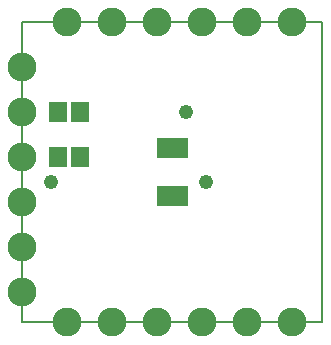
<source format=gts>
G75*
%MOIN*%
%OFA0B0*%
%FSLAX25Y25*%
%IPPOS*%
%LPD*%
%AMOC8*
5,1,8,0,0,1.08239X$1,22.5*
%
%ADD10C,0.00000*%
%ADD11R,0.02600X0.06800*%
%ADD12R,0.05918X0.06706*%
%ADD13C,0.00500*%
%ADD14C,0.09658*%
%ADD15C,0.04762*%
D10*
X0005829Y0005829D02*
X0005829Y0105790D01*
X0105829Y0105829D01*
X0105829Y0005829D01*
X0005829Y0005829D01*
D11*
X0052029Y0047829D03*
X0054529Y0047829D03*
X0057129Y0047829D03*
X0059629Y0047829D03*
X0059629Y0063829D03*
X0057129Y0063829D03*
X0054529Y0063829D03*
X0052029Y0063829D03*
D12*
X0025194Y0060829D03*
X0017714Y0060829D03*
X0017714Y0075829D03*
X0025194Y0075829D03*
D13*
X0005829Y0005829D02*
X0105829Y0005829D01*
X0105829Y0105829D01*
X0005829Y0105829D01*
X0005829Y0005829D01*
D14*
X0005829Y0015829D03*
X0005829Y0030829D03*
X0005829Y0045829D03*
X0005829Y0060829D03*
X0005829Y0075829D03*
X0005829Y0090829D03*
X0020829Y0105829D03*
X0035829Y0105829D03*
X0050829Y0105829D03*
X0065829Y0105829D03*
X0080829Y0105829D03*
X0095829Y0105829D03*
X0095829Y0005829D03*
X0080829Y0005829D03*
X0065829Y0005829D03*
X0050829Y0005829D03*
X0035829Y0005829D03*
X0020829Y0005829D03*
D15*
X0015204Y0052704D03*
X0060204Y0075829D03*
X0067079Y0052704D03*
M02*

</source>
